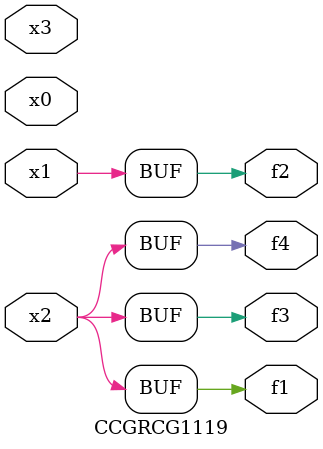
<source format=v>
module CCGRCG1119(
	input x0, x1, x2, x3,
	output f1, f2, f3, f4
);
	assign f1 = x2;
	assign f2 = x1;
	assign f3 = x2;
	assign f4 = x2;
endmodule

</source>
